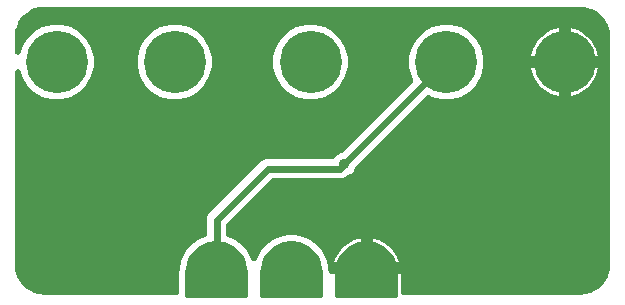
<source format=gbr>
G04 EAGLE Gerber RS-274X export*
G75*
%MOMM*%
%FSLAX34Y34*%
%LPD*%
%INBottom Copper*%
%IPPOS*%
%AMOC8*
5,1,8,0,0,1.08239X$1,22.5*%
G01*
%ADD10C,5.266000*%
%ADD11C,4.216000*%
%ADD12C,0.906400*%
%ADD13C,0.609600*%

G36*
X330302Y2557D02*
X330302Y2557D01*
X330404Y2565D01*
X330432Y2577D01*
X330463Y2582D01*
X330555Y2626D01*
X330651Y2664D01*
X330674Y2684D01*
X330702Y2697D01*
X330777Y2767D01*
X330857Y2832D01*
X330874Y2858D01*
X330896Y2879D01*
X330947Y2968D01*
X331004Y3053D01*
X331010Y3077D01*
X331028Y3109D01*
X331086Y3369D01*
X331083Y3407D01*
X331088Y3430D01*
X331088Y22861D01*
X333630Y22861D01*
X333630Y7620D01*
X333633Y7585D01*
X333631Y7551D01*
X333653Y7362D01*
X333670Y7171D01*
X333679Y7138D01*
X333683Y7104D01*
X333738Y6921D01*
X333788Y6737D01*
X333803Y6706D01*
X333813Y6673D01*
X333900Y6502D01*
X333982Y6330D01*
X334002Y6302D01*
X334017Y6271D01*
X334133Y6119D01*
X334244Y5964D01*
X334269Y5940D01*
X334289Y5913D01*
X334429Y5784D01*
X334566Y5650D01*
X334595Y5631D01*
X334621Y5607D01*
X334782Y5505D01*
X334939Y5398D01*
X334971Y5384D01*
X335000Y5366D01*
X335177Y5293D01*
X335351Y5216D01*
X335385Y5208D01*
X335417Y5195D01*
X335604Y5155D01*
X335789Y5109D01*
X335823Y5107D01*
X335857Y5100D01*
X336169Y5081D01*
X486000Y5081D01*
X486056Y5086D01*
X486166Y5086D01*
X489087Y5278D01*
X489179Y5292D01*
X489272Y5297D01*
X489478Y5338D01*
X489532Y5347D01*
X489550Y5353D01*
X489578Y5359D01*
X495222Y6871D01*
X495387Y6931D01*
X495554Y6985D01*
X495609Y7013D01*
X495645Y7025D01*
X495699Y7057D01*
X495834Y7125D01*
X500894Y10046D01*
X501038Y10147D01*
X501185Y10242D01*
X501232Y10283D01*
X501262Y10304D01*
X501306Y10349D01*
X501420Y10449D01*
X505551Y14580D01*
X505664Y14715D01*
X505782Y14846D01*
X505816Y14897D01*
X505840Y14926D01*
X505871Y14980D01*
X505954Y15106D01*
X508875Y20166D01*
X508950Y20325D01*
X509030Y20482D01*
X509049Y20541D01*
X509065Y20574D01*
X509081Y20635D01*
X509129Y20778D01*
X510641Y26422D01*
X510657Y26513D01*
X510683Y26603D01*
X510709Y26812D01*
X510719Y26865D01*
X510719Y26884D01*
X510722Y26913D01*
X510914Y29834D01*
X510913Y29890D01*
X510919Y30000D01*
X510919Y224795D01*
X510914Y224857D01*
X510911Y224999D01*
X510681Y227848D01*
X510665Y227940D01*
X510659Y228033D01*
X510614Y228239D01*
X510605Y228292D01*
X510598Y228310D01*
X510592Y228338D01*
X509026Y233846D01*
X508963Y234010D01*
X508907Y234177D01*
X508878Y234231D01*
X508865Y234266D01*
X508833Y234320D01*
X508763Y234454D01*
X505825Y239369D01*
X505722Y239511D01*
X505624Y239657D01*
X505583Y239703D01*
X505561Y239733D01*
X505515Y239777D01*
X505414Y239888D01*
X501304Y243875D01*
X501167Y243985D01*
X501035Y244102D01*
X500983Y244135D01*
X500954Y244159D01*
X500899Y244189D01*
X500772Y244270D01*
X495770Y247057D01*
X495610Y247129D01*
X495452Y247207D01*
X495393Y247226D01*
X495359Y247241D01*
X495298Y247256D01*
X495154Y247302D01*
X489601Y248699D01*
X489510Y248714D01*
X489419Y248738D01*
X489384Y248742D01*
X489362Y248747D01*
X489304Y248751D01*
X489209Y248762D01*
X489157Y248770D01*
X489138Y248770D01*
X489109Y248773D01*
X486261Y248916D01*
X486214Y248914D01*
X486133Y248919D01*
X486059Y248919D01*
X486043Y248918D01*
X486020Y248919D01*
X484840Y248901D01*
X484659Y248912D01*
X484602Y248919D01*
X484579Y248917D01*
X484545Y248919D01*
X33455Y248919D01*
X33358Y248911D01*
X33260Y248912D01*
X33193Y248901D01*
X31980Y248919D01*
X31965Y248918D01*
X31941Y248919D01*
X31870Y248919D01*
X31815Y248914D01*
X31710Y248914D01*
X28288Y248697D01*
X28148Y248676D01*
X28005Y248663D01*
X27899Y248638D01*
X27843Y248629D01*
X27794Y248612D01*
X27701Y248590D01*
X21143Y246569D01*
X21128Y246562D01*
X21111Y246559D01*
X20919Y246477D01*
X20727Y246399D01*
X20712Y246389D01*
X20696Y246383D01*
X20430Y246219D01*
X14818Y242270D01*
X14805Y242259D01*
X14790Y242251D01*
X14632Y242114D01*
X14474Y241980D01*
X14463Y241967D01*
X14450Y241955D01*
X14247Y241717D01*
X10130Y236228D01*
X10121Y236213D01*
X10109Y236200D01*
X10002Y236021D01*
X9893Y235845D01*
X9886Y235829D01*
X9877Y235814D01*
X9758Y235525D01*
X8516Y231892D01*
X8516Y231891D01*
X7539Y229032D01*
X7505Y228893D01*
X7462Y228757D01*
X7445Y228649D01*
X7431Y228595D01*
X7428Y228543D01*
X7413Y228448D01*
X7092Y225031D01*
X7092Y224969D01*
X7081Y224793D01*
X7081Y210808D01*
X7091Y210689D01*
X7092Y210571D01*
X7111Y210466D01*
X7121Y210359D01*
X7152Y210245D01*
X7173Y210128D01*
X7211Y210028D01*
X7239Y209925D01*
X7290Y209818D01*
X7332Y209707D01*
X7387Y209615D01*
X7433Y209518D01*
X7501Y209422D01*
X7562Y209320D01*
X7632Y209239D01*
X7695Y209152D01*
X7780Y209069D01*
X7857Y208980D01*
X7941Y208913D01*
X8017Y208838D01*
X8116Y208772D01*
X8208Y208697D01*
X8302Y208646D01*
X8390Y208586D01*
X8499Y208538D01*
X8603Y208481D01*
X8704Y208447D01*
X8802Y208404D01*
X8918Y208376D01*
X9030Y208338D01*
X9136Y208322D01*
X9240Y208297D01*
X9358Y208290D01*
X9475Y208273D01*
X9582Y208276D01*
X9689Y208269D01*
X9807Y208283D01*
X9925Y208287D01*
X10030Y208309D01*
X10136Y208321D01*
X10250Y208356D01*
X10366Y208380D01*
X10465Y208421D01*
X10567Y208452D01*
X10673Y208506D01*
X10783Y208550D01*
X10873Y208608D01*
X10969Y208656D01*
X11063Y208728D01*
X11163Y208791D01*
X11242Y208863D01*
X11327Y208928D01*
X11408Y209015D01*
X11495Y209095D01*
X11560Y209180D01*
X11632Y209259D01*
X11696Y209359D01*
X11768Y209453D01*
X11817Y209549D01*
X11874Y209639D01*
X11919Y209749D01*
X11973Y209854D01*
X12021Y209997D01*
X12045Y210056D01*
X12053Y210092D01*
X12073Y210150D01*
X13159Y214204D01*
X17294Y221367D01*
X23142Y227215D01*
X30305Y231350D01*
X38294Y233491D01*
X46564Y233491D01*
X54553Y231350D01*
X61716Y227215D01*
X67564Y221367D01*
X71699Y214204D01*
X73840Y206215D01*
X73840Y197945D01*
X71699Y189956D01*
X67564Y182793D01*
X61716Y176945D01*
X54553Y172810D01*
X46564Y170669D01*
X38294Y170669D01*
X30305Y172810D01*
X23142Y176945D01*
X17294Y182793D01*
X13159Y189956D01*
X12073Y194010D01*
X12032Y194121D01*
X12001Y194235D01*
X11955Y194332D01*
X11918Y194432D01*
X11858Y194535D01*
X11807Y194642D01*
X11745Y194729D01*
X11691Y194821D01*
X11614Y194912D01*
X11545Y195008D01*
X11469Y195083D01*
X11399Y195164D01*
X11308Y195239D01*
X11223Y195322D01*
X11134Y195382D01*
X11051Y195450D01*
X10948Y195508D01*
X10850Y195574D01*
X10752Y195617D01*
X10658Y195670D01*
X10546Y195708D01*
X10438Y195756D01*
X10334Y195782D01*
X10233Y195817D01*
X10115Y195835D01*
X10000Y195863D01*
X9893Y195870D01*
X9788Y195886D01*
X9669Y195883D01*
X9551Y195891D01*
X9445Y195878D01*
X9338Y195876D01*
X9222Y195852D01*
X9104Y195839D01*
X9001Y195808D01*
X8896Y195786D01*
X8786Y195743D01*
X8673Y195708D01*
X8577Y195660D01*
X8478Y195620D01*
X8377Y195558D01*
X8271Y195504D01*
X8186Y195439D01*
X8095Y195383D01*
X8007Y195303D01*
X7913Y195232D01*
X7840Y195153D01*
X7761Y195082D01*
X7688Y194988D01*
X7607Y194901D01*
X7550Y194810D01*
X7484Y194726D01*
X7429Y194621D01*
X7366Y194521D01*
X7325Y194422D01*
X7275Y194327D01*
X7240Y194214D01*
X7195Y194104D01*
X7172Y194000D01*
X7140Y193898D01*
X7125Y193780D01*
X7100Y193664D01*
X7091Y193514D01*
X7083Y193451D01*
X7085Y193414D01*
X7081Y193352D01*
X7081Y30000D01*
X7086Y29944D01*
X7086Y29834D01*
X7278Y26913D01*
X7292Y26821D01*
X7297Y26728D01*
X7338Y26522D01*
X7347Y26468D01*
X7353Y26450D01*
X7359Y26422D01*
X8871Y20778D01*
X8931Y20613D01*
X8985Y20446D01*
X9013Y20391D01*
X9025Y20355D01*
X9057Y20301D01*
X9125Y20166D01*
X12046Y15106D01*
X12147Y14962D01*
X12242Y14815D01*
X12283Y14768D01*
X12304Y14738D01*
X12349Y14694D01*
X12449Y14580D01*
X16580Y10449D01*
X16715Y10336D01*
X16846Y10218D01*
X16897Y10184D01*
X16926Y10160D01*
X16980Y10129D01*
X17106Y10046D01*
X22166Y7125D01*
X22325Y7050D01*
X22482Y6970D01*
X22541Y6951D01*
X22574Y6935D01*
X22635Y6919D01*
X22778Y6871D01*
X28422Y5359D01*
X28513Y5343D01*
X28603Y5317D01*
X28812Y5291D01*
X28865Y5281D01*
X28884Y5281D01*
X28913Y5278D01*
X31834Y5086D01*
X31890Y5087D01*
X32000Y5081D01*
X143891Y5081D01*
X143926Y5084D01*
X143960Y5082D01*
X144149Y5104D01*
X144340Y5121D01*
X144373Y5130D01*
X144407Y5134D01*
X144590Y5189D01*
X144774Y5239D01*
X144805Y5254D01*
X144838Y5264D01*
X145009Y5351D01*
X145181Y5433D01*
X145209Y5453D01*
X145240Y5468D01*
X145392Y5584D01*
X145547Y5695D01*
X145571Y5720D01*
X145598Y5740D01*
X145727Y5880D01*
X145861Y6017D01*
X145880Y6046D01*
X145904Y6072D01*
X146006Y6233D01*
X146113Y6390D01*
X146127Y6422D01*
X146145Y6451D01*
X146218Y6628D01*
X146295Y6802D01*
X146303Y6836D01*
X146316Y6868D01*
X146356Y7055D01*
X146402Y7240D01*
X146404Y7274D01*
X146411Y7308D01*
X146430Y7620D01*
X146430Y22751D01*
X146428Y22777D01*
X146430Y22803D01*
X146408Y23001D01*
X146390Y23200D01*
X146383Y23225D01*
X146381Y23251D01*
X146358Y23335D01*
X146424Y24253D01*
X146423Y24312D01*
X146430Y24434D01*
X146430Y25374D01*
X146432Y25380D01*
X146492Y25570D01*
X146495Y25596D01*
X146502Y25621D01*
X146544Y25931D01*
X146628Y27105D01*
X146625Y27265D01*
X146630Y27426D01*
X146621Y27508D01*
X146620Y27555D01*
X146608Y27614D01*
X146594Y27737D01*
X146573Y27854D01*
X146696Y28419D01*
X146699Y28444D01*
X146706Y28468D01*
X146747Y28778D01*
X146789Y29355D01*
X146842Y29461D01*
X146901Y29611D01*
X146967Y29757D01*
X146990Y29837D01*
X147007Y29880D01*
X147019Y29939D01*
X147052Y30058D01*
X147368Y31511D01*
X147389Y31670D01*
X147417Y31829D01*
X147419Y31911D01*
X147425Y31957D01*
X147422Y32017D01*
X147425Y32141D01*
X147421Y32260D01*
X147623Y32802D01*
X147630Y32826D01*
X147640Y32849D01*
X147725Y33150D01*
X147848Y33715D01*
X147916Y33813D01*
X147995Y33952D01*
X148082Y34088D01*
X148115Y34163D01*
X148139Y34204D01*
X148159Y34261D01*
X148209Y34374D01*
X148729Y35766D01*
X148771Y35921D01*
X148822Y36074D01*
X148835Y36155D01*
X148848Y36201D01*
X148853Y36260D01*
X148874Y36382D01*
X148887Y36500D01*
X149164Y37008D01*
X149174Y37031D01*
X149188Y37052D01*
X149315Y37338D01*
X149517Y37880D01*
X149598Y37967D01*
X149697Y38094D01*
X149802Y38216D01*
X149845Y38286D01*
X149874Y38323D01*
X149902Y38376D01*
X149968Y38481D01*
X150680Y39785D01*
X150745Y39933D01*
X150816Y40077D01*
X150842Y40155D01*
X150860Y40198D01*
X150874Y40256D01*
X150912Y40374D01*
X150942Y40489D01*
X151288Y40953D01*
X151302Y40974D01*
X151318Y40993D01*
X151484Y41257D01*
X151762Y41765D01*
X151854Y41840D01*
X151970Y41952D01*
X152091Y42057D01*
X152145Y42120D01*
X152178Y42152D01*
X152213Y42201D01*
X152294Y42295D01*
X153184Y43485D01*
X153269Y43622D01*
X153361Y43755D01*
X153397Y43828D01*
X153421Y43868D01*
X153443Y43924D01*
X153498Y44035D01*
X153543Y44145D01*
X153952Y44554D01*
X153969Y44574D01*
X153987Y44590D01*
X154190Y44828D01*
X154537Y45292D01*
X154639Y45352D01*
X154769Y45446D01*
X154904Y45533D01*
X154966Y45588D01*
X155004Y45615D01*
X155046Y45658D01*
X155138Y45740D01*
X156190Y46792D01*
X156293Y46915D01*
X156402Y47033D01*
X156448Y47101D01*
X156478Y47137D01*
X156508Y47189D01*
X156578Y47291D01*
X156638Y47393D01*
X157102Y47740D01*
X157121Y47757D01*
X157141Y47771D01*
X157376Y47978D01*
X157785Y48387D01*
X157895Y48432D01*
X158037Y48507D01*
X158183Y48574D01*
X158218Y48597D01*
X158224Y48600D01*
X158242Y48613D01*
X158252Y48619D01*
X158294Y48641D01*
X158341Y48677D01*
X158445Y48746D01*
X159635Y49636D01*
X159755Y49744D01*
X159879Y49845D01*
X159935Y49906D01*
X159970Y49937D01*
X160007Y49984D01*
X160090Y50076D01*
X160165Y50168D01*
X160673Y50446D01*
X160694Y50460D01*
X160716Y50470D01*
X160977Y50642D01*
X161441Y50988D01*
X161556Y51018D01*
X161707Y51071D01*
X161862Y51117D01*
X161936Y51152D01*
X161980Y51167D01*
X162032Y51197D01*
X162145Y51250D01*
X163449Y51962D01*
X163583Y52051D01*
X163721Y52134D01*
X163785Y52186D01*
X163824Y52212D01*
X163867Y52253D01*
X163963Y52332D01*
X164050Y52413D01*
X164592Y52615D01*
X164615Y52626D01*
X164639Y52633D01*
X164922Y52766D01*
X165430Y53043D01*
X165548Y53056D01*
X165706Y53087D01*
X165865Y53110D01*
X165943Y53134D01*
X165989Y53144D01*
X166045Y53165D01*
X166164Y53201D01*
X167556Y53721D01*
X167702Y53791D01*
X167850Y53852D01*
X167920Y53895D01*
X167963Y53915D01*
X168011Y53950D01*
X168117Y54014D01*
X168580Y54336D01*
X168708Y54442D01*
X168839Y54542D01*
X168880Y54586D01*
X168926Y54624D01*
X169032Y54752D01*
X169145Y54873D01*
X169177Y54924D01*
X169215Y54969D01*
X169297Y55113D01*
X169386Y55253D01*
X169409Y55308D01*
X169439Y55360D01*
X169494Y55516D01*
X169557Y55669D01*
X169570Y55728D01*
X169590Y55784D01*
X169617Y55948D01*
X169652Y56110D01*
X169657Y56185D01*
X169664Y56229D01*
X169663Y56290D01*
X169671Y56422D01*
X169671Y70197D01*
X170909Y73185D01*
X216375Y118651D01*
X219363Y119889D01*
X275591Y119889D01*
X275755Y119903D01*
X275920Y119910D01*
X275979Y119923D01*
X276040Y119929D01*
X276199Y119972D01*
X276359Y120008D01*
X276416Y120031D01*
X276474Y120047D01*
X276622Y120118D01*
X276775Y120181D01*
X276826Y120214D01*
X276881Y120241D01*
X277014Y120336D01*
X277153Y120426D01*
X277211Y120477D01*
X277247Y120503D01*
X277290Y120546D01*
X277387Y120632D01*
X280389Y123635D01*
X283505Y124925D01*
X283609Y124980D01*
X283717Y125025D01*
X283808Y125084D01*
X283904Y125134D01*
X283997Y125206D01*
X284095Y125269D01*
X284211Y125371D01*
X284260Y125410D01*
X284285Y125437D01*
X284329Y125476D01*
X343849Y184996D01*
X343948Y185114D01*
X344052Y185225D01*
X344092Y185286D01*
X344138Y185341D01*
X344214Y185474D01*
X344297Y185603D01*
X344326Y185669D01*
X344362Y185732D01*
X344413Y185876D01*
X344472Y186018D01*
X344488Y186088D01*
X344512Y186157D01*
X344537Y186308D01*
X344571Y186457D01*
X344574Y186529D01*
X344586Y186601D01*
X344584Y186754D01*
X344590Y186907D01*
X344581Y186978D01*
X344580Y187051D01*
X344551Y187201D01*
X344530Y187353D01*
X344508Y187422D01*
X344494Y187493D01*
X344439Y187636D01*
X344392Y187781D01*
X344350Y187865D01*
X344332Y187913D01*
X344302Y187962D01*
X344253Y188061D01*
X343159Y189956D01*
X341018Y197945D01*
X341018Y206215D01*
X343159Y214204D01*
X347294Y221367D01*
X353142Y227215D01*
X360305Y231350D01*
X368294Y233491D01*
X376564Y233491D01*
X384553Y231350D01*
X391716Y227215D01*
X397564Y221367D01*
X401699Y214204D01*
X403840Y206215D01*
X403840Y197945D01*
X401699Y189956D01*
X397564Y182793D01*
X391716Y176945D01*
X384553Y172810D01*
X376564Y170669D01*
X368294Y170669D01*
X360305Y172810D01*
X358410Y173904D01*
X358271Y173968D01*
X358137Y174040D01*
X358068Y174063D01*
X358002Y174093D01*
X357854Y174132D01*
X357708Y174180D01*
X357636Y174190D01*
X357566Y174208D01*
X357414Y174220D01*
X357262Y174241D01*
X357190Y174238D01*
X357118Y174244D01*
X356965Y174229D01*
X356812Y174223D01*
X356742Y174207D01*
X356669Y174200D01*
X356522Y174158D01*
X356373Y174125D01*
X356306Y174097D01*
X356236Y174077D01*
X356099Y174011D01*
X355957Y173952D01*
X355896Y173912D01*
X355831Y173880D01*
X355708Y173790D01*
X355579Y173707D01*
X355509Y173645D01*
X355468Y173615D01*
X355428Y173574D01*
X355345Y173500D01*
X295825Y113980D01*
X295750Y113890D01*
X295668Y113808D01*
X295606Y113718D01*
X295536Y113635D01*
X295478Y113533D01*
X295412Y113437D01*
X295344Y113298D01*
X295313Y113244D01*
X295301Y113210D01*
X295274Y113156D01*
X293984Y110040D01*
X291280Y107336D01*
X288164Y106046D01*
X288060Y105991D01*
X287952Y105946D01*
X287861Y105887D01*
X287765Y105837D01*
X287672Y105765D01*
X287574Y105702D01*
X287458Y105600D01*
X287409Y105561D01*
X287384Y105534D01*
X287340Y105495D01*
X286714Y104869D01*
X283726Y103631D01*
X225399Y103631D01*
X225235Y103617D01*
X225071Y103610D01*
X225011Y103597D01*
X224950Y103591D01*
X224791Y103548D01*
X224631Y103512D01*
X224575Y103489D01*
X224516Y103473D01*
X224368Y103402D01*
X224216Y103339D01*
X224164Y103306D01*
X224109Y103279D01*
X223976Y103184D01*
X223837Y103094D01*
X223780Y103043D01*
X223743Y103017D01*
X223701Y102974D01*
X223603Y102888D01*
X186672Y65957D01*
X186567Y65830D01*
X186455Y65710D01*
X186423Y65658D01*
X186384Y65611D01*
X186302Y65469D01*
X186214Y65330D01*
X186190Y65273D01*
X186160Y65220D01*
X186105Y65066D01*
X186043Y64913D01*
X186030Y64854D01*
X186009Y64796D01*
X185983Y64634D01*
X185948Y64473D01*
X185943Y64396D01*
X185936Y64352D01*
X185937Y64291D01*
X185929Y64161D01*
X185929Y56422D01*
X185943Y56257D01*
X185950Y56091D01*
X185963Y56033D01*
X185969Y55973D01*
X186012Y55813D01*
X186048Y55652D01*
X186071Y55596D01*
X186087Y55539D01*
X186158Y55389D01*
X186222Y55236D01*
X186255Y55186D01*
X186281Y55132D01*
X186377Y54997D01*
X186467Y54858D01*
X186508Y54815D01*
X186543Y54766D01*
X186662Y54650D01*
X186775Y54529D01*
X186834Y54483D01*
X186865Y54452D01*
X186916Y54418D01*
X187020Y54336D01*
X187483Y54014D01*
X187622Y53935D01*
X187758Y53848D01*
X187833Y53815D01*
X187874Y53791D01*
X187931Y53771D01*
X188044Y53721D01*
X189436Y53201D01*
X189591Y53159D01*
X189744Y53108D01*
X189825Y53095D01*
X189871Y53082D01*
X189930Y53077D01*
X190052Y53056D01*
X190170Y53043D01*
X190678Y52766D01*
X190701Y52756D01*
X190722Y52742D01*
X191008Y52615D01*
X191550Y52413D01*
X191637Y52332D01*
X191764Y52233D01*
X191886Y52128D01*
X191956Y52085D01*
X191993Y52056D01*
X192046Y52028D01*
X192151Y51962D01*
X193455Y51250D01*
X193603Y51185D01*
X193747Y51114D01*
X193825Y51088D01*
X193868Y51070D01*
X193926Y51056D01*
X194044Y51018D01*
X194159Y50988D01*
X194623Y50642D01*
X194644Y50628D01*
X194663Y50612D01*
X194927Y50446D01*
X195435Y50168D01*
X195510Y50076D01*
X195622Y49960D01*
X195727Y49839D01*
X195790Y49785D01*
X195822Y49752D01*
X195871Y49717D01*
X195965Y49636D01*
X197155Y48746D01*
X197292Y48661D01*
X197425Y48569D01*
X197487Y48539D01*
X197497Y48533D01*
X197505Y48530D01*
X197538Y48509D01*
X197594Y48487D01*
X197705Y48432D01*
X197815Y48387D01*
X198224Y47978D01*
X198244Y47961D01*
X198260Y47943D01*
X198498Y47740D01*
X198962Y47393D01*
X199022Y47291D01*
X199116Y47161D01*
X199203Y47026D01*
X199258Y46964D01*
X199285Y46926D01*
X199328Y46884D01*
X199410Y46792D01*
X200462Y45740D01*
X200585Y45637D01*
X200703Y45528D01*
X200771Y45482D01*
X200807Y45452D01*
X200859Y45422D01*
X200961Y45352D01*
X201063Y45292D01*
X201410Y44828D01*
X201427Y44809D01*
X201441Y44789D01*
X201648Y44554D01*
X202057Y44145D01*
X202102Y44035D01*
X202177Y43893D01*
X202244Y43747D01*
X202289Y43678D01*
X202311Y43636D01*
X202347Y43589D01*
X202416Y43485D01*
X203306Y42295D01*
X203414Y42176D01*
X203515Y42051D01*
X203576Y41995D01*
X203607Y41960D01*
X203654Y41923D01*
X203746Y41840D01*
X203838Y41765D01*
X204116Y41257D01*
X204130Y41236D01*
X204140Y41214D01*
X204312Y40953D01*
X204658Y40489D01*
X204688Y40374D01*
X204741Y40223D01*
X204787Y40068D01*
X204822Y39994D01*
X204837Y39950D01*
X204867Y39898D01*
X204920Y39785D01*
X205632Y38481D01*
X205721Y38347D01*
X205804Y38209D01*
X205856Y38145D01*
X205882Y38106D01*
X205923Y38063D01*
X206002Y37967D01*
X206083Y37880D01*
X206285Y37338D01*
X206296Y37315D01*
X206303Y37291D01*
X206436Y37008D01*
X206713Y36500D01*
X206726Y36382D01*
X206757Y36224D01*
X206780Y36065D01*
X206804Y35987D01*
X206814Y35941D01*
X206835Y35885D01*
X206871Y35766D01*
X207171Y34964D01*
X207266Y34765D01*
X207360Y34566D01*
X207363Y34562D01*
X207365Y34557D01*
X207494Y34378D01*
X207622Y34199D01*
X207625Y34196D01*
X207628Y34192D01*
X207786Y34039D01*
X207944Y33885D01*
X207948Y33882D01*
X207951Y33878D01*
X208133Y33756D01*
X208316Y33632D01*
X208321Y33630D01*
X208325Y33627D01*
X208527Y33538D01*
X208728Y33449D01*
X208732Y33448D01*
X208737Y33446D01*
X208951Y33394D01*
X209165Y33341D01*
X209170Y33341D01*
X209174Y33340D01*
X209395Y33327D01*
X209614Y33313D01*
X209619Y33313D01*
X209624Y33313D01*
X209842Y33339D01*
X210062Y33364D01*
X210066Y33365D01*
X210071Y33366D01*
X210283Y33431D01*
X210493Y33493D01*
X210497Y33495D01*
X210502Y33497D01*
X210701Y33599D01*
X210894Y33697D01*
X210898Y33700D01*
X210903Y33702D01*
X211076Y33834D01*
X211254Y33968D01*
X211257Y33972D01*
X211261Y33975D01*
X211406Y34133D01*
X211560Y34299D01*
X211562Y34303D01*
X211565Y34306D01*
X211680Y34487D01*
X211802Y34678D01*
X211804Y34683D01*
X211807Y34687D01*
X211813Y34703D01*
X211929Y34964D01*
X212229Y35766D01*
X212271Y35921D01*
X212322Y36074D01*
X212335Y36155D01*
X212348Y36201D01*
X212353Y36260D01*
X212374Y36382D01*
X212387Y36500D01*
X212664Y37008D01*
X212674Y37031D01*
X212688Y37052D01*
X212815Y37338D01*
X213017Y37880D01*
X213098Y37967D01*
X213197Y38094D01*
X213302Y38216D01*
X213345Y38286D01*
X213374Y38323D01*
X213402Y38376D01*
X213468Y38481D01*
X214180Y39785D01*
X214245Y39933D01*
X214316Y40077D01*
X214342Y40155D01*
X214360Y40198D01*
X214374Y40256D01*
X214412Y40374D01*
X214442Y40489D01*
X214788Y40953D01*
X214802Y40974D01*
X214818Y40993D01*
X214984Y41257D01*
X215262Y41765D01*
X215354Y41840D01*
X215470Y41952D01*
X215591Y42057D01*
X215645Y42120D01*
X215678Y42152D01*
X215713Y42201D01*
X215794Y42295D01*
X216684Y43485D01*
X216769Y43622D01*
X216861Y43755D01*
X216897Y43828D01*
X216921Y43868D01*
X216943Y43924D01*
X216998Y44035D01*
X217043Y44145D01*
X217452Y44554D01*
X217469Y44574D01*
X217487Y44590D01*
X217690Y44828D01*
X218037Y45292D01*
X218139Y45352D01*
X218269Y45446D01*
X218404Y45533D01*
X218466Y45588D01*
X218504Y45615D01*
X218546Y45658D01*
X218638Y45740D01*
X219690Y46792D01*
X219793Y46915D01*
X219902Y47033D01*
X219948Y47101D01*
X219978Y47137D01*
X220008Y47189D01*
X220078Y47291D01*
X220138Y47393D01*
X220602Y47740D01*
X220621Y47757D01*
X220641Y47771D01*
X220876Y47978D01*
X221285Y48387D01*
X221395Y48432D01*
X221537Y48507D01*
X221683Y48574D01*
X221718Y48597D01*
X221724Y48600D01*
X221743Y48613D01*
X221752Y48619D01*
X221794Y48641D01*
X221841Y48677D01*
X221945Y48746D01*
X223135Y49636D01*
X223254Y49744D01*
X223379Y49845D01*
X223435Y49906D01*
X223470Y49937D01*
X223507Y49984D01*
X223590Y50076D01*
X223665Y50168D01*
X224173Y50446D01*
X224194Y50460D01*
X224216Y50470D01*
X224477Y50642D01*
X224941Y50988D01*
X225056Y51018D01*
X225207Y51071D01*
X225362Y51117D01*
X225436Y51152D01*
X225480Y51167D01*
X225532Y51197D01*
X225645Y51250D01*
X226949Y51962D01*
X227083Y52051D01*
X227221Y52134D01*
X227285Y52186D01*
X227324Y52212D01*
X227367Y52253D01*
X227463Y52332D01*
X227550Y52413D01*
X228092Y52615D01*
X228115Y52626D01*
X228139Y52633D01*
X228422Y52766D01*
X228930Y53043D01*
X229048Y53056D01*
X229206Y53087D01*
X229365Y53110D01*
X229443Y53134D01*
X229489Y53144D01*
X229545Y53165D01*
X229664Y53201D01*
X231056Y53721D01*
X231202Y53790D01*
X231350Y53852D01*
X231421Y53895D01*
X231463Y53915D01*
X231511Y53950D01*
X231617Y54014D01*
X231715Y54082D01*
X232280Y54205D01*
X232304Y54212D01*
X232329Y54216D01*
X232628Y54307D01*
X233170Y54509D01*
X233289Y54505D01*
X233450Y54514D01*
X233611Y54514D01*
X233692Y54527D01*
X233739Y54529D01*
X233797Y54543D01*
X233919Y54562D01*
X235372Y54878D01*
X235526Y54926D01*
X235681Y54966D01*
X235757Y54998D01*
X235802Y55012D01*
X235855Y55040D01*
X235969Y55088D01*
X236075Y55141D01*
X236652Y55183D01*
X236677Y55187D01*
X236702Y55187D01*
X237011Y55234D01*
X237577Y55357D01*
X237693Y55336D01*
X237854Y55322D01*
X238013Y55299D01*
X238095Y55300D01*
X238142Y55296D01*
X238201Y55301D01*
X238325Y55302D01*
X239808Y55408D01*
X239967Y55434D01*
X240127Y55452D01*
X240206Y55473D01*
X240253Y55480D01*
X240309Y55500D01*
X240429Y55532D01*
X240541Y55569D01*
X241119Y55528D01*
X241144Y55528D01*
X241169Y55525D01*
X241481Y55528D01*
X242059Y55569D01*
X242171Y55532D01*
X242328Y55495D01*
X242482Y55450D01*
X242563Y55439D01*
X242609Y55428D01*
X242669Y55425D01*
X242792Y55408D01*
X244275Y55302D01*
X244435Y55305D01*
X244596Y55300D01*
X244678Y55309D01*
X244725Y55310D01*
X244783Y55322D01*
X244907Y55336D01*
X245023Y55357D01*
X245589Y55234D01*
X245614Y55231D01*
X245638Y55224D01*
X245948Y55183D01*
X246525Y55141D01*
X246631Y55088D01*
X246781Y55029D01*
X246928Y54963D01*
X247006Y54940D01*
X247050Y54923D01*
X247109Y54911D01*
X247228Y54878D01*
X248681Y54562D01*
X248840Y54542D01*
X248999Y54513D01*
X249081Y54511D01*
X249127Y54505D01*
X249187Y54508D01*
X249311Y54505D01*
X249430Y54509D01*
X249972Y54307D01*
X249996Y54300D01*
X250019Y54290D01*
X250320Y54205D01*
X250885Y54082D01*
X250983Y54014D01*
X251123Y53935D01*
X251258Y53848D01*
X251333Y53815D01*
X251374Y53791D01*
X251430Y53771D01*
X251544Y53721D01*
X252936Y53201D01*
X253092Y53159D01*
X253244Y53108D01*
X253325Y53095D01*
X253371Y53082D01*
X253430Y53077D01*
X253552Y53056D01*
X253670Y53043D01*
X254178Y52766D01*
X254201Y52756D01*
X254222Y52742D01*
X254508Y52615D01*
X255050Y52413D01*
X255137Y52332D01*
X255264Y52233D01*
X255386Y52128D01*
X255456Y52085D01*
X255493Y52056D01*
X255546Y52028D01*
X255651Y51962D01*
X256955Y51250D01*
X257103Y51185D01*
X257247Y51114D01*
X257325Y51088D01*
X257368Y51070D01*
X257426Y51056D01*
X257544Y51018D01*
X257659Y50988D01*
X258123Y50642D01*
X258144Y50628D01*
X258163Y50612D01*
X258427Y50446D01*
X258935Y50168D01*
X259010Y50076D01*
X259122Y49960D01*
X259227Y49839D01*
X259290Y49785D01*
X259322Y49752D01*
X259371Y49717D01*
X259465Y49636D01*
X260655Y48746D01*
X260792Y48661D01*
X260925Y48569D01*
X260987Y48539D01*
X260997Y48533D01*
X261005Y48530D01*
X261038Y48509D01*
X261094Y48487D01*
X261205Y48432D01*
X261315Y48387D01*
X261724Y47978D01*
X261744Y47962D01*
X261760Y47943D01*
X261998Y47740D01*
X262462Y47393D01*
X262522Y47291D01*
X262616Y47161D01*
X262703Y47026D01*
X262758Y46964D01*
X262785Y46926D01*
X262828Y46884D01*
X262910Y46792D01*
X263962Y45740D01*
X264085Y45637D01*
X264203Y45528D01*
X264271Y45482D01*
X264307Y45452D01*
X264359Y45422D01*
X264461Y45352D01*
X264563Y45292D01*
X264910Y44828D01*
X264927Y44809D01*
X264941Y44789D01*
X265148Y44554D01*
X265557Y44145D01*
X265602Y44035D01*
X265677Y43893D01*
X265744Y43747D01*
X265789Y43678D01*
X265811Y43636D01*
X265847Y43589D01*
X265916Y43485D01*
X266806Y42295D01*
X266914Y42176D01*
X267015Y42051D01*
X267076Y41995D01*
X267107Y41960D01*
X267154Y41923D01*
X267246Y41840D01*
X267338Y41765D01*
X267616Y41257D01*
X267630Y41236D01*
X267640Y41214D01*
X267812Y40953D01*
X268158Y40489D01*
X268188Y40374D01*
X268241Y40223D01*
X268287Y40068D01*
X268322Y39994D01*
X268337Y39950D01*
X268367Y39898D01*
X268420Y39785D01*
X269132Y38481D01*
X269221Y38347D01*
X269304Y38209D01*
X269356Y38145D01*
X269382Y38106D01*
X269423Y38063D01*
X269502Y37967D01*
X269583Y37880D01*
X269785Y37338D01*
X269796Y37315D01*
X269803Y37291D01*
X269936Y37008D01*
X270213Y36500D01*
X270226Y36382D01*
X270257Y36224D01*
X270280Y36065D01*
X270304Y35987D01*
X270314Y35941D01*
X270335Y35885D01*
X270371Y35766D01*
X270891Y34374D01*
X270960Y34228D01*
X271022Y34080D01*
X271065Y34009D01*
X271085Y33967D01*
X271120Y33919D01*
X271184Y33813D01*
X271252Y33715D01*
X271375Y33150D01*
X271382Y33126D01*
X271386Y33101D01*
X271477Y32802D01*
X271679Y32260D01*
X271675Y32141D01*
X271684Y31980D01*
X271684Y31819D01*
X271697Y31738D01*
X271699Y31691D01*
X271713Y31633D01*
X271732Y31511D01*
X271833Y31044D01*
X271875Y30911D01*
X271907Y30777D01*
X271942Y30697D01*
X271968Y30614D01*
X272032Y30491D01*
X272052Y30445D01*
X272050Y30411D01*
X272070Y30239D01*
X272082Y30067D01*
X272096Y30016D01*
X272102Y29964D01*
X272152Y29798D01*
X272195Y29631D01*
X272220Y29570D01*
X272232Y29533D01*
X272235Y29526D01*
X272261Y29476D01*
X272311Y29358D01*
X272353Y28778D01*
X272357Y28753D01*
X272357Y28728D01*
X272404Y28419D01*
X272527Y27853D01*
X272506Y27737D01*
X272492Y27576D01*
X272469Y27417D01*
X272470Y27335D01*
X272466Y27288D01*
X272471Y27229D01*
X272472Y27105D01*
X272556Y25931D01*
X272560Y25905D01*
X272560Y25879D01*
X272596Y25682D01*
X272628Y25487D01*
X272637Y25462D01*
X272641Y25436D01*
X272672Y25348D01*
X272671Y25331D01*
X272693Y25141D01*
X272710Y24952D01*
X272719Y24918D01*
X272723Y24884D01*
X272778Y24701D01*
X272828Y24517D01*
X272843Y24486D01*
X272853Y24453D01*
X272940Y24282D01*
X273022Y24111D01*
X273042Y24082D01*
X273057Y24051D01*
X273173Y23899D01*
X273284Y23744D01*
X273309Y23720D01*
X273329Y23693D01*
X273469Y23564D01*
X273606Y23430D01*
X273635Y23411D01*
X273661Y23388D01*
X273822Y23285D01*
X273979Y23178D01*
X274011Y23164D01*
X274040Y23146D01*
X274217Y23073D01*
X274391Y22996D01*
X274425Y22988D01*
X274457Y22975D01*
X274644Y22935D01*
X274829Y22889D01*
X274863Y22887D01*
X274897Y22880D01*
X275209Y22861D01*
X278512Y22861D01*
X278512Y3430D01*
X278527Y3328D01*
X278535Y3226D01*
X278547Y3198D01*
X278552Y3167D01*
X278596Y3075D01*
X278634Y2979D01*
X278654Y2956D01*
X278667Y2928D01*
X278737Y2853D01*
X278802Y2773D01*
X278828Y2756D01*
X278849Y2734D01*
X278938Y2683D01*
X279023Y2626D01*
X279047Y2620D01*
X279079Y2602D01*
X279339Y2544D01*
X279377Y2547D01*
X279400Y2542D01*
X330200Y2542D01*
X330302Y2557D01*
G37*
%LPC*%
G36*
X138294Y170669D02*
X138294Y170669D01*
X130305Y172810D01*
X123142Y176945D01*
X117294Y182793D01*
X113159Y189956D01*
X111018Y197945D01*
X111018Y206215D01*
X113159Y214204D01*
X117294Y221367D01*
X123142Y227215D01*
X130305Y231350D01*
X138294Y233491D01*
X146564Y233491D01*
X154553Y231350D01*
X161716Y227215D01*
X167564Y221367D01*
X171699Y214204D01*
X173840Y206215D01*
X173840Y197945D01*
X171699Y189956D01*
X167564Y182793D01*
X161716Y176945D01*
X154553Y172810D01*
X146564Y170669D01*
X138294Y170669D01*
G37*
%LPD*%
%LPC*%
G36*
X253294Y170669D02*
X253294Y170669D01*
X245305Y172810D01*
X238142Y176945D01*
X232294Y182793D01*
X228159Y189956D01*
X226018Y197945D01*
X226018Y206215D01*
X228159Y214204D01*
X232294Y221367D01*
X238142Y227215D01*
X245305Y231350D01*
X253294Y233491D01*
X261564Y233491D01*
X269553Y231350D01*
X276716Y227215D01*
X282564Y221367D01*
X286699Y214204D01*
X288840Y206215D01*
X288840Y197945D01*
X286699Y189956D01*
X282564Y182793D01*
X276716Y176945D01*
X269553Y172810D01*
X261564Y170669D01*
X253294Y170669D01*
G37*
%LPD*%
G36*
X266802Y2557D02*
X266802Y2557D01*
X266904Y2565D01*
X266932Y2577D01*
X266963Y2582D01*
X267055Y2626D01*
X267151Y2664D01*
X267174Y2684D01*
X267202Y2697D01*
X267277Y2767D01*
X267357Y2832D01*
X267374Y2858D01*
X267396Y2879D01*
X267447Y2968D01*
X267504Y3053D01*
X267510Y3077D01*
X267528Y3109D01*
X267586Y3369D01*
X267583Y3407D01*
X267588Y3430D01*
X267588Y24130D01*
X267582Y24169D01*
X267586Y24193D01*
X267327Y27808D01*
X267309Y27889D01*
X267309Y27934D01*
X266539Y31475D01*
X266510Y31552D01*
X266503Y31596D01*
X265237Y34992D01*
X265197Y35065D01*
X265184Y35107D01*
X263447Y38288D01*
X263397Y38354D01*
X263379Y38395D01*
X261207Y41296D01*
X261148Y41354D01*
X261124Y41392D01*
X258562Y43954D01*
X258495Y44003D01*
X258466Y44037D01*
X255565Y46209D01*
X255491Y46248D01*
X255458Y46277D01*
X252277Y48014D01*
X252199Y48043D01*
X252162Y48067D01*
X248766Y49333D01*
X248685Y49350D01*
X248645Y49369D01*
X245104Y50139D01*
X245021Y50145D01*
X244978Y50157D01*
X241363Y50416D01*
X241281Y50409D01*
X241237Y50416D01*
X237622Y50157D01*
X237541Y50139D01*
X237496Y50139D01*
X233955Y49369D01*
X233878Y49340D01*
X233834Y49333D01*
X230438Y48067D01*
X230365Y48027D01*
X230323Y48014D01*
X227142Y46277D01*
X227076Y46227D01*
X227035Y46209D01*
X224134Y44037D01*
X224076Y43978D01*
X224038Y43954D01*
X221476Y41392D01*
X221427Y41325D01*
X221393Y41296D01*
X219221Y38395D01*
X219182Y38321D01*
X219153Y38288D01*
X217416Y35107D01*
X217387Y35029D01*
X217363Y34992D01*
X216097Y31596D01*
X216080Y31515D01*
X216061Y31475D01*
X215291Y27934D01*
X215285Y27851D01*
X215273Y27808D01*
X215014Y24193D01*
X215017Y24154D01*
X215012Y24130D01*
X215012Y3430D01*
X215027Y3328D01*
X215035Y3226D01*
X215047Y3198D01*
X215052Y3167D01*
X215096Y3075D01*
X215134Y2979D01*
X215154Y2956D01*
X215167Y2928D01*
X215237Y2853D01*
X215302Y2773D01*
X215328Y2756D01*
X215349Y2734D01*
X215438Y2683D01*
X215523Y2626D01*
X215547Y2620D01*
X215579Y2602D01*
X215839Y2544D01*
X215877Y2547D01*
X215900Y2542D01*
X266700Y2542D01*
X266802Y2557D01*
G37*
G36*
X203302Y2557D02*
X203302Y2557D01*
X203404Y2565D01*
X203432Y2577D01*
X203463Y2582D01*
X203555Y2626D01*
X203651Y2664D01*
X203674Y2684D01*
X203702Y2697D01*
X203777Y2767D01*
X203857Y2832D01*
X203874Y2858D01*
X203896Y2879D01*
X203947Y2968D01*
X204004Y3053D01*
X204010Y3077D01*
X204028Y3109D01*
X204086Y3369D01*
X204083Y3407D01*
X204088Y3430D01*
X204088Y24130D01*
X204082Y24169D01*
X204086Y24193D01*
X203827Y27808D01*
X203809Y27889D01*
X203809Y27934D01*
X203039Y31475D01*
X203010Y31552D01*
X203003Y31596D01*
X201737Y34992D01*
X201697Y35065D01*
X201684Y35107D01*
X199947Y38288D01*
X199897Y38354D01*
X199879Y38395D01*
X197707Y41296D01*
X197648Y41354D01*
X197624Y41392D01*
X195062Y43954D01*
X194995Y44003D01*
X194966Y44037D01*
X192065Y46209D01*
X191991Y46248D01*
X191958Y46277D01*
X188777Y48014D01*
X188699Y48043D01*
X188662Y48067D01*
X185266Y49333D01*
X185185Y49350D01*
X185145Y49369D01*
X181604Y50139D01*
X181521Y50145D01*
X181478Y50157D01*
X177863Y50416D01*
X177781Y50409D01*
X177737Y50416D01*
X174122Y50157D01*
X174041Y50139D01*
X173996Y50139D01*
X170455Y49369D01*
X170378Y49340D01*
X170334Y49333D01*
X166938Y48067D01*
X166865Y48027D01*
X166823Y48014D01*
X163642Y46277D01*
X163576Y46227D01*
X163535Y46209D01*
X160634Y44037D01*
X160576Y43978D01*
X160538Y43954D01*
X157976Y41392D01*
X157927Y41325D01*
X157893Y41296D01*
X155721Y38395D01*
X155682Y38321D01*
X155653Y38288D01*
X153916Y35107D01*
X153887Y35029D01*
X153863Y34992D01*
X152597Y31596D01*
X152580Y31515D01*
X152561Y31475D01*
X151791Y27934D01*
X151785Y27851D01*
X151773Y27808D01*
X151514Y24193D01*
X151517Y24154D01*
X151512Y24130D01*
X151512Y3430D01*
X151527Y3328D01*
X151535Y3226D01*
X151547Y3198D01*
X151552Y3167D01*
X151596Y3075D01*
X151634Y2979D01*
X151654Y2956D01*
X151667Y2928D01*
X151737Y2853D01*
X151802Y2773D01*
X151828Y2756D01*
X151849Y2734D01*
X151938Y2683D01*
X152023Y2626D01*
X152047Y2620D01*
X152079Y2602D01*
X152339Y2544D01*
X152377Y2547D01*
X152400Y2542D01*
X203200Y2542D01*
X203302Y2557D01*
G37*
%LPC*%
G36*
X477508Y207159D02*
X477508Y207159D01*
X477508Y230534D01*
X480434Y229866D01*
X483495Y228795D01*
X486416Y227388D01*
X489162Y225663D01*
X491697Y223641D01*
X493990Y221348D01*
X496012Y218813D01*
X497737Y216067D01*
X499144Y213146D01*
X500215Y210085D01*
X500883Y207159D01*
X477508Y207159D01*
G37*
%LPD*%
%LPC*%
G36*
X443975Y207159D02*
X443975Y207159D01*
X444643Y210085D01*
X445714Y213146D01*
X447121Y216067D01*
X448846Y218813D01*
X450868Y221348D01*
X453161Y223641D01*
X455696Y225663D01*
X458442Y227388D01*
X461363Y228795D01*
X464424Y229866D01*
X467350Y230534D01*
X467350Y207159D01*
X443975Y207159D01*
G37*
%LPD*%
%LPC*%
G36*
X477508Y197001D02*
X477508Y197001D01*
X500883Y197001D01*
X500215Y194075D01*
X499144Y191014D01*
X497737Y188093D01*
X496012Y185347D01*
X493990Y182812D01*
X491697Y180519D01*
X489162Y178497D01*
X486416Y176772D01*
X483495Y175365D01*
X480434Y174294D01*
X477508Y173626D01*
X477508Y197001D01*
G37*
%LPD*%
%LPC*%
G36*
X464424Y174294D02*
X464424Y174294D01*
X461363Y175365D01*
X458442Y176772D01*
X455696Y178497D01*
X453161Y180519D01*
X450868Y182812D01*
X448846Y185347D01*
X447121Y188093D01*
X445714Y191014D01*
X444643Y194075D01*
X443975Y197001D01*
X467350Y197001D01*
X467350Y173626D01*
X464424Y174294D01*
G37*
%LPD*%
%LPC*%
G36*
X277375Y33019D02*
X277375Y33019D01*
X277848Y34476D01*
X277978Y34767D01*
X279077Y37236D01*
X279455Y37891D01*
X280588Y39853D01*
X281210Y40709D01*
X282364Y42298D01*
X283218Y43246D01*
X284386Y44544D01*
X286632Y46565D01*
X289076Y48342D01*
X291693Y49853D01*
X294454Y51082D01*
X297328Y52016D01*
X299721Y52524D01*
X299721Y49862D01*
X297455Y49369D01*
X297378Y49340D01*
X297334Y49333D01*
X293938Y48067D01*
X293865Y48027D01*
X293823Y48014D01*
X290642Y46277D01*
X290576Y46227D01*
X290535Y46209D01*
X287634Y44037D01*
X287576Y43978D01*
X287538Y43954D01*
X284976Y41392D01*
X284927Y41325D01*
X284893Y41296D01*
X282721Y38395D01*
X282682Y38321D01*
X282653Y38288D01*
X280916Y35107D01*
X280887Y35029D01*
X280863Y34992D01*
X280127Y33019D01*
X277375Y33019D01*
G37*
%LPD*%
%LPC*%
G36*
X329473Y33019D02*
X329473Y33019D01*
X328737Y34992D01*
X328697Y35065D01*
X328684Y35107D01*
X326947Y38288D01*
X326897Y38354D01*
X326879Y38395D01*
X324707Y41296D01*
X324648Y41354D01*
X324624Y41392D01*
X322062Y43954D01*
X321995Y44003D01*
X321966Y44037D01*
X319065Y46209D01*
X318991Y46248D01*
X318958Y46277D01*
X315777Y48014D01*
X315699Y48043D01*
X315662Y48067D01*
X312266Y49333D01*
X312185Y49350D01*
X312145Y49369D01*
X309879Y49862D01*
X309879Y52524D01*
X311692Y52139D01*
X312272Y52016D01*
X314722Y51220D01*
X315146Y51082D01*
X317585Y49996D01*
X317906Y49853D01*
X320275Y48485D01*
X320523Y48342D01*
X322773Y46707D01*
X322774Y46707D01*
X322968Y46565D01*
X325214Y44544D01*
X327236Y42298D01*
X329012Y39853D01*
X330523Y37236D01*
X331752Y34476D01*
X332225Y33019D01*
X329473Y33019D01*
G37*
%LPD*%
%LPC*%
G36*
X472428Y202079D02*
X472428Y202079D01*
X472428Y202081D01*
X472430Y202081D01*
X472430Y202079D01*
X472428Y202079D01*
G37*
%LPD*%
D10*
X257429Y202080D03*
X142429Y202080D03*
X372429Y202080D03*
X42429Y202080D03*
X472429Y202080D03*
D11*
X177800Y27940D03*
X241300Y27940D03*
X304800Y27940D03*
D12*
X104140Y119380D03*
D13*
X285835Y115486D02*
X372429Y202080D01*
X285835Y115486D02*
X282109Y111760D01*
X220980Y111760D01*
X177800Y68580D01*
X177800Y27940D01*
D12*
X285835Y115486D03*
M02*

</source>
